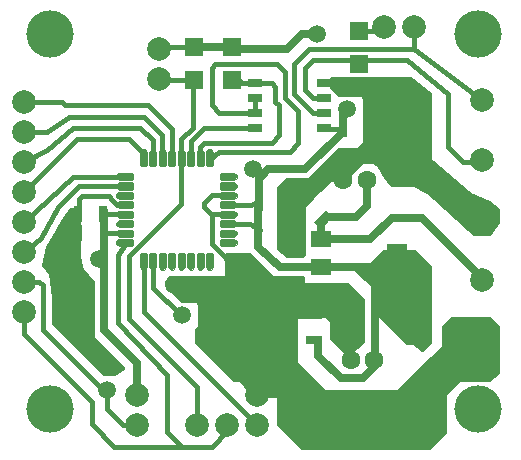
<source format=gbl>
%FSLAX34Y34*%
%MOMM*%
%LNCOPPER_BOTTOM*%
G71*
G01*
%ADD10C, 0.40*%
%ADD11C, 0.70*%
%ADD12C, 1.50*%
%ADD13C, 2.00*%
%ADD14C, 0.00*%
%ADD15R, 0.50X0.50*%
%ADD16R, 0.80X1.43*%
%ADD17R, 1.43X0.80*%
%ADD18R, 1.60X1.60*%
%ADD19R, 1.70X1.40*%
%ADD20R, 1.70X4.00*%
%ADD21C, 1.60*%
%ADD22R, 1.20X0.72*%
%ADD23C, 4.00*%
%LPD*%
G54D10*
X193675Y9525D02*
X181100Y9525D01*
X180975Y9650D01*
X174625Y3300D01*
X174625Y-213D01*
X180743Y-6330D01*
X193530Y-6330D01*
X193675Y-6475D01*
G54D10*
X193675Y1525D02*
X214174Y1525D01*
X221804Y5981D01*
G54D10*
X193675Y-14475D02*
X213685Y-14475D01*
X221804Y-19419D01*
G54D10*
X241790Y2780D02*
X241790Y-16270D01*
G54D11*
X273179Y-27778D02*
X273179Y-14256D01*
X278579Y-8856D01*
X302725Y-8856D01*
X312318Y737D01*
X312318Y22984D01*
X312809Y23475D01*
G54D10*
X292809Y23475D02*
X280786Y23475D01*
X263541Y6230D01*
G54D11*
X273179Y-50778D02*
X338179Y-50778D01*
G54D10*
X299159Y-122575D02*
X299159Y-100404D01*
X290093Y-91338D01*
X272002Y-91338D01*
X271077Y-92263D01*
G54D11*
X319159Y-122575D02*
X319159Y-135297D01*
X309143Y-145313D01*
X290093Y-145313D01*
X271043Y-126263D01*
X271043Y-113563D01*
G54D11*
X319159Y-122575D02*
X319159Y-52747D01*
X319141Y-50858D01*
G54D10*
X271077Y-92263D02*
X271077Y-75880D01*
X273179Y-73778D01*
G54D11*
X273179Y-50778D02*
X238544Y-50778D01*
X220470Y-33939D01*
X220490Y2813D01*
G54D11*
X273179Y-27778D02*
X314997Y-27778D01*
X333375Y-9400D01*
X358775Y-9400D01*
G54D10*
X263541Y6230D02*
X245240Y6230D01*
X241790Y2780D01*
G36*
X257175Y-60200D02*
X231775Y-60200D01*
X212725Y-41150D01*
X193675Y-41150D01*
X193675Y-85600D01*
X257175Y-85600D01*
X257175Y-60200D01*
G37*
G54D10*
X257175Y-60200D02*
X231775Y-60200D01*
X212725Y-41150D01*
X193675Y-41150D01*
X193675Y-85600D01*
X257175Y-85600D01*
X257175Y-60200D01*
G36*
X271077Y-92263D02*
X193988Y-92263D01*
X193675Y-91950D01*
X193675Y-85600D01*
X238125Y-85600D01*
X257175Y-66550D01*
X282575Y-66550D01*
X282575Y-91950D01*
X271390Y-91950D01*
X271077Y-92263D01*
G37*
G54D10*
X271077Y-92263D02*
X193988Y-92263D01*
X193675Y-91950D01*
X193675Y-85600D01*
X238125Y-85600D01*
X257175Y-66550D01*
X282575Y-66550D01*
X282575Y-91950D01*
X271390Y-91950D01*
X271077Y-92263D01*
G36*
X257175Y-41150D02*
X244475Y-41150D01*
X238125Y-34800D01*
X238125Y16000D01*
X244475Y22350D01*
X257509Y22350D01*
X268585Y11274D01*
X258473Y1162D01*
X258473Y-39852D01*
X257175Y-41150D01*
G37*
G54D10*
X257175Y-41150D02*
X244475Y-41150D01*
X238125Y-34800D01*
X238125Y16000D01*
X244475Y22350D01*
X257509Y22350D01*
X268585Y11274D01*
X258473Y1162D01*
X258473Y-39852D01*
X257175Y-41150D01*
X250825Y-66550D02*
G54D12*
D03*
X250825Y-34800D02*
G54D12*
D03*
G54D10*
X292160Y65379D02*
X277597Y65379D01*
X276226Y66750D01*
G36*
X257509Y22350D02*
X263525Y22350D01*
X288925Y47750D01*
X304800Y47750D01*
X311150Y54100D01*
X311150Y63035D01*
X313460Y65345D01*
X318659Y65345D01*
X322712Y61293D01*
X322712Y42794D01*
X318422Y38504D01*
X307839Y38504D01*
X292809Y23475D01*
X280786Y23475D01*
X268585Y11274D01*
X267369Y11274D01*
X258905Y19738D01*
X260913Y19738D01*
X263525Y22350D01*
X257509Y22350D01*
G37*
G54D10*
X257509Y22350D02*
X263525Y22350D01*
X288925Y47750D01*
X304800Y47750D01*
X311150Y54100D01*
X311150Y63035D01*
X313460Y65345D01*
X318659Y65345D01*
X322712Y61293D01*
X322712Y42794D01*
X318422Y38504D01*
X307839Y38504D01*
X292809Y23475D01*
X280786Y23475D01*
X268585Y11274D01*
X267369Y11274D01*
X258905Y19738D01*
X260913Y19738D01*
X263525Y22350D01*
X257509Y22350D01*
G36*
X282575Y-66550D02*
X295275Y-66550D01*
X307975Y-79250D01*
X307975Y-113759D01*
X299159Y-122575D01*
X294150Y-122575D01*
X282575Y-111000D01*
X282575Y-96628D01*
X278210Y-92263D01*
X278210Y-70915D01*
X282575Y-66550D01*
G37*
G54D10*
X282575Y-66550D02*
X295275Y-66550D01*
X307975Y-79250D01*
X307975Y-113759D01*
X299159Y-122575D01*
X294150Y-122575D01*
X282575Y-111000D01*
X282575Y-96628D01*
X278210Y-92263D01*
X278210Y-70915D01*
X282575Y-66550D01*
G54D10*
X276226Y92150D02*
X266750Y92150D01*
X260350Y98550D01*
X260350Y117600D01*
X266700Y123950D01*
X346075Y123950D01*
G54D10*
X276226Y79450D02*
X266750Y79450D01*
X250825Y95375D01*
X250825Y120775D01*
X263525Y133475D01*
X346075Y133475D01*
G54D10*
X163175Y40025D02*
X163175Y55350D01*
X174625Y66800D01*
X217276Y66800D01*
X217326Y66750D01*
G54D10*
X179175Y40025D02*
X179600Y40025D01*
X187530Y46307D01*
X247320Y46307D01*
X253979Y53783D01*
X254000Y80604D01*
X242764Y91835D01*
X242776Y114425D01*
X236376Y120725D01*
G54D10*
X217326Y79450D02*
X217326Y92150D01*
G54D10*
X171175Y40025D02*
X171175Y50650D01*
X174625Y54100D01*
X231775Y54100D01*
X238125Y60450D01*
X238125Y85850D01*
X234950Y89025D01*
X234950Y101725D01*
X231775Y104900D01*
X217376Y104900D01*
X217326Y104850D01*
G54D10*
X236376Y120725D02*
X184100Y120725D01*
X180975Y117600D01*
X180975Y85850D01*
X187325Y79500D01*
X217276Y79500D01*
X217326Y79450D01*
G54D10*
X197964Y107131D02*
X204144Y107131D01*
X206375Y104900D01*
X217276Y104900D01*
X217326Y104850D01*
G54D10*
X155175Y40025D02*
X155175Y56875D01*
X165100Y66800D01*
X165100Y106017D01*
X166214Y107131D01*
G54D10*
X197964Y135131D02*
X166214Y135131D01*
G54D10*
X195943Y-46675D02*
X190375Y-41150D01*
X180975Y-31750D01*
X180975Y-6563D01*
X180743Y-6330D01*
G54D11*
X292160Y65379D02*
X292160Y63560D01*
X260350Y31750D01*
X228826Y31750D01*
X220835Y23759D01*
X220835Y3158D01*
X220490Y2813D01*
X295275Y82550D02*
G54D12*
D03*
X269875Y146050D02*
G54D12*
D03*
G54D11*
X292160Y65379D02*
X292160Y79435D01*
X295275Y82550D01*
G36*
X311150Y63035D02*
X311150Y92075D01*
X307975Y95250D01*
X288925Y95250D01*
X282575Y101600D01*
X282575Y107950D01*
X288925Y107950D01*
X299585Y108025D01*
X305722Y107950D01*
X323850Y107950D01*
X323850Y43932D01*
X322712Y42794D01*
X322331Y42794D01*
X314325Y50800D01*
X314325Y60547D01*
X313460Y65345D01*
X311150Y63035D01*
G37*
G54D10*
X311150Y63035D02*
X311150Y92075D01*
X307975Y95250D01*
X288925Y95250D01*
X282575Y101600D01*
X282575Y107950D01*
X288925Y107950D01*
X299585Y108025D01*
X305722Y107950D01*
X323850Y107950D01*
X323850Y43932D01*
X322712Y42794D01*
X322331Y42794D01*
X314325Y50800D01*
X314325Y60547D01*
X313460Y65345D01*
X311150Y63035D01*
G54D11*
X269875Y146050D02*
X257175Y146050D01*
X244475Y133350D01*
X199745Y133350D01*
X197964Y135131D01*
G54D11*
X197964Y135131D02*
X166214Y135131D01*
X352425Y88900D02*
G54D13*
D03*
X352425Y63500D02*
G54D13*
D03*
X22225Y88900D02*
G54D13*
D03*
X22225Y63500D02*
G54D13*
D03*
X22225Y38100D02*
G54D13*
D03*
X22225Y12700D02*
G54D13*
D03*
X22225Y-12700D02*
G54D13*
D03*
X22225Y-38100D02*
G54D13*
D03*
X352425Y-63500D02*
G54D13*
D03*
X352425Y-88900D02*
G54D13*
D03*
G36*
X352425Y-114300D02*
X346075Y-114300D01*
X320675Y-88900D01*
X320675Y-69850D01*
X301625Y-50800D01*
X314325Y-50800D01*
X327025Y-38100D01*
X352425Y-38100D01*
X365125Y-50800D01*
X365125Y-101600D01*
X352425Y-114300D01*
G37*
G54D10*
X352425Y-114300D02*
X346075Y-114300D01*
X320675Y-88900D01*
X320675Y-69850D01*
X301625Y-50800D01*
X314325Y-50800D01*
X327025Y-38100D01*
X352425Y-38100D01*
X365125Y-50800D01*
X365125Y-101600D01*
X352425Y-114300D01*
G36*
X365125Y-101600D02*
X365125Y-114300D01*
X358775Y-120650D01*
X352425Y-114300D01*
X365125Y-101600D01*
G37*
G54D10*
X365125Y-101600D02*
X365125Y-114300D01*
X358775Y-120650D01*
X352425Y-114300D01*
X365125Y-101600D01*
G36*
X323850Y107950D02*
X348582Y107950D01*
X365125Y95250D01*
X365125Y31750D01*
X352425Y19050D01*
X333375Y19050D01*
X328609Y25400D01*
X322577Y35686D01*
X318422Y38504D01*
X323850Y107950D01*
G37*
G54D10*
X323850Y107950D02*
X348582Y107950D01*
X365125Y95250D01*
X365125Y31750D01*
X352425Y19050D01*
X333375Y19050D01*
X328609Y25400D01*
X322577Y35686D01*
X318422Y38504D01*
X323850Y107950D01*
X409575Y-112655D02*
G54D13*
D03*
X409575Y90545D02*
G54D13*
D03*
X409575Y-61855D02*
G54D13*
D03*
G54D11*
X409575Y-63500D02*
X409575Y-60200D01*
X358775Y-9400D01*
G54D11*
X409575Y-114300D02*
X384175Y-114300D01*
X339725Y-158750D01*
X276225Y-158750D01*
X250825Y-133350D01*
X250825Y-88900D01*
X219508Y-159634D02*
G54D13*
D03*
X219508Y-185034D02*
G54D13*
D03*
X194108Y-185034D02*
G54D13*
D03*
X168705Y-185030D02*
G54D13*
D03*
X117908Y-185034D02*
G54D13*
D03*
X117908Y-159634D02*
G54D13*
D03*
X22225Y-63500D02*
G54D13*
D03*
X22225Y-88900D02*
G54D13*
D03*
G36*
X276225Y-158750D02*
X220392Y-158750D01*
X219508Y-159634D01*
X219508Y-159183D01*
X206375Y-146050D01*
X206375Y-88900D01*
X244475Y-88900D01*
X250825Y-95250D01*
X250825Y-133350D01*
X276225Y-158750D01*
G37*
G54D11*
X276225Y-158750D02*
X220392Y-158750D01*
X219508Y-159634D01*
X219508Y-159183D01*
X206375Y-146050D01*
X206375Y-88900D01*
X244475Y-88900D01*
X250825Y-95250D01*
X250825Y-133350D01*
X276225Y-158750D01*
G54D10*
X219508Y-185034D02*
X219508Y-184583D01*
X123825Y-88900D01*
X123825Y-45625D01*
X123175Y-44975D01*
G54D10*
X168705Y-185030D02*
X168705Y-152830D01*
X111125Y-95250D01*
X111125Y-42122D01*
X128894Y-24352D01*
X128894Y-24282D01*
X155304Y2127D01*
X155304Y39896D01*
X155175Y40025D01*
G54D10*
X194108Y-185034D02*
X194108Y-190067D01*
X180975Y-203200D01*
X155575Y-203200D01*
X142875Y-190500D01*
X142875Y-142875D01*
X101600Y-98425D01*
X101600Y-40725D01*
X108675Y-30475D01*
X92075Y-155450D02*
G54D12*
D03*
X155575Y-91950D02*
G54D12*
D03*
G54D10*
X155575Y-91950D02*
X154722Y-91950D01*
X131352Y-68580D01*
X131352Y-45152D01*
X131175Y-44975D01*
G54D10*
X117908Y-185034D02*
X105659Y-185034D01*
X92075Y-171450D01*
X92075Y-155450D01*
G54D11*
X117908Y-159634D02*
X117908Y-132382D01*
X89565Y-104039D01*
X89390Y-3570D01*
G54D10*
X92075Y-155450D02*
X88775Y-155450D01*
X38100Y-104775D01*
G54D10*
X108675Y17525D02*
X68325Y17525D01*
X50800Y0D01*
X36245Y-26288D01*
X22225Y-38100D01*
G54D10*
X108675Y-22475D02*
X89539Y-22475D01*
X89417Y-22597D01*
G54D10*
X108675Y-6475D02*
X92294Y-6475D01*
X89390Y-3570D01*
G54D10*
X108675Y25525D02*
X63625Y25525D01*
X22225Y-12700D01*
G36*
X79375Y-63500D02*
X70633Y-53810D01*
X67705Y-42367D01*
X68117Y-22563D01*
X66675Y-38100D01*
X66675Y-60325D01*
X53975Y-73025D01*
X50800Y-73025D01*
X47625Y-76200D01*
X47625Y-98425D01*
X89518Y-141225D01*
X98425Y-141225D01*
X104775Y-136525D01*
X79375Y-111125D01*
X79375Y-63500D01*
G37*
G54D10*
X79375Y-63500D02*
X70633Y-53810D01*
X67705Y-42367D01*
X68117Y-22563D01*
X66675Y-38100D01*
X66675Y-60325D01*
X53975Y-73025D01*
X50800Y-73025D01*
X47625Y-76200D01*
X47625Y-98425D01*
X89518Y-141225D01*
X98425Y-141225D01*
X104775Y-136525D01*
X79375Y-111125D01*
X79375Y-63500D01*
G36*
X206375Y-146050D02*
X200025Y-146050D01*
X168275Y-114300D01*
X168275Y-104775D01*
X171450Y-101600D01*
X171450Y-82550D01*
X168275Y-79375D01*
X155575Y-79375D01*
X142875Y-66675D01*
X142875Y-63500D01*
X146050Y-60325D01*
X193675Y-60325D01*
X193675Y-76200D01*
X212725Y-95250D01*
X212725Y-133350D01*
X200025Y-146050D01*
X206375Y-146050D01*
G37*
G54D10*
X206375Y-146050D02*
X200025Y-146050D01*
X168275Y-114300D01*
X168275Y-104775D01*
X171450Y-101600D01*
X171450Y-82550D01*
X168275Y-79375D01*
X155575Y-79375D01*
X142875Y-66675D01*
X142875Y-63500D01*
X146050Y-60325D01*
X193675Y-60325D01*
X193675Y-76200D01*
X212725Y-95250D01*
X212725Y-133350D01*
X200025Y-146050D01*
X206375Y-146050D01*
X149225Y-66550D02*
G54D12*
D03*
X73025Y-91950D02*
G54D12*
D03*
G54D10*
X123175Y40025D02*
X123175Y45100D01*
X111125Y57150D01*
X66675Y57150D01*
X22225Y12700D01*
G54D10*
X131175Y40025D02*
X131175Y56150D01*
X120650Y66675D01*
X63500Y66675D01*
X41275Y47625D01*
G54D10*
X41275Y47625D02*
X22225Y38100D01*
G54D10*
X139175Y40025D02*
X139175Y60850D01*
X123825Y76200D01*
X60325Y76200D01*
X41275Y63500D01*
X22225Y63500D01*
G54D10*
X147175Y40025D02*
X147175Y65550D01*
X127000Y85725D01*
X57150Y85725D01*
X53975Y88900D01*
X22225Y88900D01*
G54D10*
X38100Y-104775D02*
X38100Y-66675D01*
X34925Y-63500D01*
X22225Y-63500D01*
G54D10*
X155575Y-203200D02*
X98425Y-203200D01*
X79375Y-184150D01*
X79375Y-165100D01*
X22225Y-107950D01*
X22225Y-88900D01*
G36*
X68090Y-3537D02*
X62041Y-2561D01*
X54950Y-11725D01*
X49828Y-21368D01*
X42014Y-34425D01*
X38838Y-49247D01*
X44687Y-56507D01*
X47625Y-76200D01*
X63375Y-76200D01*
X73025Y-66550D01*
X66675Y-50800D01*
X68117Y-29730D01*
X68117Y-3564D01*
X68090Y-3537D01*
G37*
G54D10*
X68090Y-3537D02*
X62041Y-2561D01*
X54950Y-11725D01*
X49828Y-21368D01*
X42014Y-34425D01*
X38838Y-49247D01*
X44687Y-56507D01*
X47625Y-76200D01*
X63375Y-76200D01*
X73025Y-66550D01*
X66675Y-50800D01*
X68117Y-29730D01*
X68117Y-3564D01*
X68090Y-3537D01*
G54D10*
X108675Y1525D02*
X100708Y1525D01*
X96803Y5430D01*
X96803Y5588D01*
X93634Y8758D01*
X71130Y8758D01*
X68594Y6222D01*
X68594Y-3032D01*
X68090Y-3537D01*
X85725Y-44450D02*
G54D12*
D03*
X215717Y31764D02*
G54D12*
D03*
G36*
X202175Y26525D02*
X200175Y28525D01*
X189175Y28525D01*
X188175Y27525D01*
X188175Y23525D01*
X189175Y22525D01*
X200175Y22525D01*
X202175Y24525D01*
X202175Y26525D01*
G37*
G54D14*
X202175Y26525D02*
X200175Y28525D01*
X189175Y28525D01*
X188175Y27525D01*
X188175Y23525D01*
X189175Y22525D01*
X200175Y22525D01*
X202175Y24525D01*
X202175Y26525D01*
G36*
X202175Y18525D02*
X200175Y20525D01*
X189175Y20525D01*
X188175Y19525D01*
X188175Y15525D01*
X189175Y14525D01*
X200175Y14525D01*
X202175Y16525D01*
X202175Y18525D01*
G37*
G54D14*
X202175Y18525D02*
X200175Y20525D01*
X189175Y20525D01*
X188175Y19525D01*
X188175Y15525D01*
X189175Y14525D01*
X200175Y14525D01*
X202175Y16525D01*
X202175Y18525D01*
X193675Y25525D02*
G54D15*
D03*
X193675Y17525D02*
G54D15*
D03*
G36*
X202175Y10525D02*
X200175Y12525D01*
X189175Y12525D01*
X188175Y11525D01*
X188175Y7525D01*
X189175Y6525D01*
X200175Y6525D01*
X202175Y8525D01*
X202175Y10525D01*
G37*
G54D14*
X202175Y10525D02*
X200175Y12525D01*
X189175Y12525D01*
X188175Y11525D01*
X188175Y7525D01*
X189175Y6525D01*
X200175Y6525D01*
X202175Y8525D01*
X202175Y10525D01*
G36*
X202175Y2525D02*
X200175Y4525D01*
X189175Y4525D01*
X188175Y3525D01*
X188175Y-475D01*
X189175Y-1475D01*
X200175Y-1475D01*
X202175Y525D01*
X202175Y2525D01*
G37*
G54D14*
X202175Y2525D02*
X200175Y4525D01*
X189175Y4525D01*
X188175Y3525D01*
X188175Y-475D01*
X189175Y-1475D01*
X200175Y-1475D01*
X202175Y525D01*
X202175Y2525D01*
X193675Y9525D02*
G54D15*
D03*
X193675Y1525D02*
G54D15*
D03*
G36*
X202175Y-5475D02*
X200175Y-3475D01*
X189175Y-3475D01*
X188175Y-4475D01*
X188175Y-8475D01*
X189175Y-9475D01*
X200175Y-9475D01*
X202175Y-7475D01*
X202175Y-5475D01*
G37*
G54D14*
X202175Y-5475D02*
X200175Y-3475D01*
X189175Y-3475D01*
X188175Y-4475D01*
X188175Y-8475D01*
X189175Y-9475D01*
X200175Y-9475D01*
X202175Y-7475D01*
X202175Y-5475D01*
G36*
X202175Y-13475D02*
X200175Y-11475D01*
X189175Y-11475D01*
X188175Y-12475D01*
X188175Y-16475D01*
X189175Y-17475D01*
X200175Y-17475D01*
X202175Y-15475D01*
X202175Y-13475D01*
G37*
G54D14*
X202175Y-13475D02*
X200175Y-11475D01*
X189175Y-11475D01*
X188175Y-12475D01*
X188175Y-16475D01*
X189175Y-17475D01*
X200175Y-17475D01*
X202175Y-15475D01*
X202175Y-13475D01*
X193675Y-6475D02*
G54D15*
D03*
X193675Y-14475D02*
G54D15*
D03*
G36*
X202175Y-21475D02*
X200175Y-19475D01*
X189175Y-19475D01*
X188175Y-20475D01*
X188175Y-24475D01*
X189175Y-25475D01*
X200175Y-25475D01*
X202175Y-23475D01*
X202175Y-21475D01*
G37*
G54D14*
X202175Y-21475D02*
X200175Y-19475D01*
X189175Y-19475D01*
X188175Y-20475D01*
X188175Y-24475D01*
X189175Y-25475D01*
X200175Y-25475D01*
X202175Y-23475D01*
X202175Y-21475D01*
G36*
X202175Y-29475D02*
X200175Y-27475D01*
X189175Y-27475D01*
X188175Y-28475D01*
X188175Y-32475D01*
X189175Y-33475D01*
X200175Y-33475D01*
X202175Y-31475D01*
X202175Y-29475D01*
G37*
G54D14*
X202175Y-29475D02*
X200175Y-27475D01*
X189175Y-27475D01*
X188175Y-28475D01*
X188175Y-32475D01*
X189175Y-33475D01*
X200175Y-33475D01*
X202175Y-31475D01*
X202175Y-29475D01*
X193675Y-22475D02*
G54D15*
D03*
X193675Y-30475D02*
G54D15*
D03*
G36*
X122175Y48525D02*
X120175Y46525D01*
X120175Y35525D01*
X121175Y34525D01*
X125175Y34525D01*
X126175Y35525D01*
X126175Y46525D01*
X124175Y48525D01*
X122175Y48525D01*
G37*
G54D14*
X122175Y48525D02*
X120175Y46525D01*
X120175Y35525D01*
X121175Y34525D01*
X125175Y34525D01*
X126175Y35525D01*
X126175Y46525D01*
X124175Y48525D01*
X122175Y48525D01*
G36*
X130175Y48525D02*
X128175Y46525D01*
X128175Y35525D01*
X129175Y34525D01*
X133175Y34525D01*
X134175Y35525D01*
X134175Y46525D01*
X132175Y48525D01*
X130175Y48525D01*
G37*
G54D14*
X130175Y48525D02*
X128175Y46525D01*
X128175Y35525D01*
X129175Y34525D01*
X133175Y34525D01*
X134175Y35525D01*
X134175Y46525D01*
X132175Y48525D01*
X130175Y48525D01*
X123175Y40025D02*
G54D15*
D03*
X131175Y40025D02*
G54D15*
D03*
G36*
X138175Y48525D02*
X136175Y46525D01*
X136175Y35525D01*
X137175Y34525D01*
X141175Y34525D01*
X142175Y35525D01*
X142175Y46525D01*
X140175Y48525D01*
X138175Y48525D01*
G37*
G54D14*
X138175Y48525D02*
X136175Y46525D01*
X136175Y35525D01*
X137175Y34525D01*
X141175Y34525D01*
X142175Y35525D01*
X142175Y46525D01*
X140175Y48525D01*
X138175Y48525D01*
G36*
X146175Y48525D02*
X144175Y46525D01*
X144175Y35525D01*
X145175Y34525D01*
X149175Y34525D01*
X150175Y35525D01*
X150175Y46525D01*
X148175Y48525D01*
X146175Y48525D01*
G37*
G54D14*
X146175Y48525D02*
X144175Y46525D01*
X144175Y35525D01*
X145175Y34525D01*
X149175Y34525D01*
X150175Y35525D01*
X150175Y46525D01*
X148175Y48525D01*
X146175Y48525D01*
X139175Y40025D02*
G54D15*
D03*
X147175Y40025D02*
G54D15*
D03*
G36*
X154175Y48525D02*
X152175Y46525D01*
X152175Y35525D01*
X153175Y34525D01*
X157175Y34525D01*
X158175Y35525D01*
X158175Y46525D01*
X156175Y48525D01*
X154175Y48525D01*
G37*
G54D14*
X154175Y48525D02*
X152175Y46525D01*
X152175Y35525D01*
X153175Y34525D01*
X157175Y34525D01*
X158175Y35525D01*
X158175Y46525D01*
X156175Y48525D01*
X154175Y48525D01*
G36*
X162175Y48525D02*
X160175Y46525D01*
X160175Y35525D01*
X161175Y34525D01*
X165175Y34525D01*
X166175Y35525D01*
X166175Y46525D01*
X164175Y48525D01*
X162175Y48525D01*
G37*
G54D14*
X162175Y48525D02*
X160175Y46525D01*
X160175Y35525D01*
X161175Y34525D01*
X165175Y34525D01*
X166175Y35525D01*
X166175Y46525D01*
X164175Y48525D01*
X162175Y48525D01*
X155175Y40025D02*
G54D15*
D03*
X163175Y40025D02*
G54D15*
D03*
G36*
X170175Y48525D02*
X168175Y46525D01*
X168175Y35525D01*
X169175Y34525D01*
X173175Y34525D01*
X174175Y35525D01*
X174175Y46525D01*
X172175Y48525D01*
X170175Y48525D01*
G37*
G54D14*
X170175Y48525D02*
X168175Y46525D01*
X168175Y35525D01*
X169175Y34525D01*
X173175Y34525D01*
X174175Y35525D01*
X174175Y46525D01*
X172175Y48525D01*
X170175Y48525D01*
G36*
X178175Y48525D02*
X176175Y46525D01*
X176175Y35525D01*
X177175Y34525D01*
X181175Y34525D01*
X182175Y35525D01*
X182175Y46525D01*
X180175Y48525D01*
X178175Y48525D01*
G37*
G54D14*
X178175Y48525D02*
X176175Y46525D01*
X176175Y35525D01*
X177175Y34525D01*
X181175Y34525D01*
X182175Y35525D01*
X182175Y46525D01*
X180175Y48525D01*
X178175Y48525D01*
X171175Y40025D02*
G54D15*
D03*
X179175Y40025D02*
G54D15*
D03*
G36*
X100175Y-31475D02*
X102175Y-33475D01*
X113175Y-33475D01*
X114175Y-32475D01*
X114175Y-28475D01*
X113175Y-27475D01*
X102175Y-27475D01*
X100175Y-29475D01*
X100175Y-31475D01*
G37*
G54D14*
X100175Y-31475D02*
X102175Y-33475D01*
X113175Y-33475D01*
X114175Y-32475D01*
X114175Y-28475D01*
X113175Y-27475D01*
X102175Y-27475D01*
X100175Y-29475D01*
X100175Y-31475D01*
G36*
X100175Y-23475D02*
X102175Y-25475D01*
X113175Y-25475D01*
X114175Y-24475D01*
X114175Y-20475D01*
X113175Y-19475D01*
X102175Y-19475D01*
X100175Y-21475D01*
X100175Y-23475D01*
G37*
G54D14*
X100175Y-23475D02*
X102175Y-25475D01*
X113175Y-25475D01*
X114175Y-24475D01*
X114175Y-20475D01*
X113175Y-19475D01*
X102175Y-19475D01*
X100175Y-21475D01*
X100175Y-23475D01*
X108675Y-30475D02*
G54D15*
D03*
X108675Y-22475D02*
G54D15*
D03*
G36*
X100175Y-15475D02*
X102175Y-17475D01*
X113175Y-17475D01*
X114175Y-16475D01*
X114175Y-12475D01*
X113175Y-11475D01*
X102175Y-11475D01*
X100175Y-13475D01*
X100175Y-15475D01*
G37*
G54D14*
X100175Y-15475D02*
X102175Y-17475D01*
X113175Y-17475D01*
X114175Y-16475D01*
X114175Y-12475D01*
X113175Y-11475D01*
X102175Y-11475D01*
X100175Y-13475D01*
X100175Y-15475D01*
G36*
X100175Y-7475D02*
X102175Y-9475D01*
X113175Y-9475D01*
X114175Y-8475D01*
X114175Y-4475D01*
X113175Y-3475D01*
X102175Y-3475D01*
X100175Y-5475D01*
X100175Y-7475D01*
G37*
G54D14*
X100175Y-7475D02*
X102175Y-9475D01*
X113175Y-9475D01*
X114175Y-8475D01*
X114175Y-4475D01*
X113175Y-3475D01*
X102175Y-3475D01*
X100175Y-5475D01*
X100175Y-7475D01*
X108675Y-14475D02*
G54D15*
D03*
X108675Y-6475D02*
G54D15*
D03*
G36*
X100175Y525D02*
X102175Y-1475D01*
X113175Y-1475D01*
X114175Y-475D01*
X114175Y3525D01*
X113175Y4525D01*
X102175Y4525D01*
X100175Y2525D01*
X100175Y525D01*
G37*
G54D14*
X100175Y525D02*
X102175Y-1475D01*
X113175Y-1475D01*
X114175Y-475D01*
X114175Y3525D01*
X113175Y4525D01*
X102175Y4525D01*
X100175Y2525D01*
X100175Y525D01*
G36*
X100175Y8525D02*
X102175Y6525D01*
X113175Y6525D01*
X114175Y7525D01*
X114175Y11525D01*
X113175Y12525D01*
X102175Y12525D01*
X100175Y10525D01*
X100175Y8525D01*
G37*
G54D14*
X100175Y8525D02*
X102175Y6525D01*
X113175Y6525D01*
X114175Y7525D01*
X114175Y11525D01*
X113175Y12525D01*
X102175Y12525D01*
X100175Y10525D01*
X100175Y8525D01*
X108675Y1525D02*
G54D15*
D03*
X108675Y9525D02*
G54D15*
D03*
G36*
X100175Y16525D02*
X102175Y14525D01*
X113175Y14525D01*
X114175Y15525D01*
X114175Y19525D01*
X113175Y20525D01*
X102175Y20525D01*
X100175Y18525D01*
X100175Y16525D01*
G37*
G54D14*
X100175Y16525D02*
X102175Y14525D01*
X113175Y14525D01*
X114175Y15525D01*
X114175Y19525D01*
X113175Y20525D01*
X102175Y20525D01*
X100175Y18525D01*
X100175Y16525D01*
G36*
X100175Y24525D02*
X102175Y22525D01*
X113175Y22525D01*
X114175Y23525D01*
X114175Y27525D01*
X113175Y28525D01*
X102175Y28525D01*
X100175Y26525D01*
X100175Y24525D01*
G37*
G54D14*
X100175Y24525D02*
X102175Y22525D01*
X113175Y22525D01*
X114175Y23525D01*
X114175Y27525D01*
X113175Y28525D01*
X102175Y28525D01*
X100175Y26525D01*
X100175Y24525D01*
X108675Y17525D02*
G54D15*
D03*
X108675Y25525D02*
G54D15*
D03*
G36*
X180175Y-53475D02*
X182175Y-51475D01*
X182175Y-40475D01*
X181175Y-39475D01*
X177175Y-39475D01*
X176175Y-40475D01*
X176175Y-51475D01*
X178175Y-53475D01*
X180175Y-53475D01*
G37*
G54D14*
X180175Y-53475D02*
X182175Y-51475D01*
X182175Y-40475D01*
X181175Y-39475D01*
X177175Y-39475D01*
X176175Y-40475D01*
X176175Y-51475D01*
X178175Y-53475D01*
X180175Y-53475D01*
G36*
X172175Y-53475D02*
X174175Y-51475D01*
X174175Y-40475D01*
X173175Y-39475D01*
X169175Y-39475D01*
X168175Y-40475D01*
X168175Y-51475D01*
X170175Y-53475D01*
X172175Y-53475D01*
G37*
G54D14*
X172175Y-53475D02*
X174175Y-51475D01*
X174175Y-40475D01*
X173175Y-39475D01*
X169175Y-39475D01*
X168175Y-40475D01*
X168175Y-51475D01*
X170175Y-53475D01*
X172175Y-53475D01*
X179175Y-44975D02*
G54D15*
D03*
X171175Y-44975D02*
G54D15*
D03*
G36*
X164175Y-53475D02*
X166175Y-51475D01*
X166175Y-40475D01*
X165175Y-39475D01*
X161175Y-39475D01*
X160175Y-40475D01*
X160175Y-51475D01*
X162175Y-53475D01*
X164175Y-53475D01*
G37*
G54D14*
X164175Y-53475D02*
X166175Y-51475D01*
X166175Y-40475D01*
X165175Y-39475D01*
X161175Y-39475D01*
X160175Y-40475D01*
X160175Y-51475D01*
X162175Y-53475D01*
X164175Y-53475D01*
G36*
X156175Y-53475D02*
X158175Y-51475D01*
X158175Y-40475D01*
X157175Y-39475D01*
X153175Y-39475D01*
X152175Y-40475D01*
X152175Y-51475D01*
X154175Y-53475D01*
X156175Y-53475D01*
G37*
G54D14*
X156175Y-53475D02*
X158175Y-51475D01*
X158175Y-40475D01*
X157175Y-39475D01*
X153175Y-39475D01*
X152175Y-40475D01*
X152175Y-51475D01*
X154175Y-53475D01*
X156175Y-53475D01*
X163175Y-44975D02*
G54D15*
D03*
X155175Y-44975D02*
G54D15*
D03*
G36*
X148175Y-53475D02*
X150175Y-51475D01*
X150175Y-40475D01*
X149175Y-39475D01*
X145175Y-39475D01*
X144175Y-40475D01*
X144175Y-51475D01*
X146175Y-53475D01*
X148175Y-53475D01*
G37*
G54D14*
X148175Y-53475D02*
X150175Y-51475D01*
X150175Y-40475D01*
X149175Y-39475D01*
X145175Y-39475D01*
X144175Y-40475D01*
X144175Y-51475D01*
X146175Y-53475D01*
X148175Y-53475D01*
G36*
X140175Y-53475D02*
X142175Y-51475D01*
X142175Y-40475D01*
X141175Y-39475D01*
X137175Y-39475D01*
X136175Y-40475D01*
X136175Y-51475D01*
X138175Y-53475D01*
X140175Y-53475D01*
G37*
G54D14*
X140175Y-53475D02*
X142175Y-51475D01*
X142175Y-40475D01*
X141175Y-39475D01*
X137175Y-39475D01*
X136175Y-40475D01*
X136175Y-51475D01*
X138175Y-53475D01*
X140175Y-53475D01*
X147175Y-44975D02*
G54D15*
D03*
X139175Y-44975D02*
G54D15*
D03*
G36*
X132175Y-53475D02*
X134175Y-51475D01*
X134175Y-40475D01*
X133175Y-39475D01*
X129175Y-39475D01*
X128175Y-40475D01*
X128175Y-51475D01*
X130175Y-53475D01*
X132175Y-53475D01*
G37*
G54D14*
X132175Y-53475D02*
X134175Y-51475D01*
X134175Y-40475D01*
X133175Y-39475D01*
X129175Y-39475D01*
X128175Y-40475D01*
X128175Y-51475D01*
X130175Y-53475D01*
X132175Y-53475D01*
G36*
X124175Y-53475D02*
X126175Y-51475D01*
X126175Y-40475D01*
X125175Y-39475D01*
X121175Y-39475D01*
X120175Y-40475D01*
X120175Y-51475D01*
X122175Y-53475D01*
X124175Y-53475D01*
G37*
G54D14*
X124175Y-53475D02*
X126175Y-51475D01*
X126175Y-40475D01*
X125175Y-39475D01*
X121175Y-39475D01*
X120175Y-40475D01*
X120175Y-51475D01*
X122175Y-53475D01*
X124175Y-53475D01*
X131175Y-44975D02*
G54D15*
D03*
X123175Y-44975D02*
G54D15*
D03*
X220835Y3158D02*
G54D16*
D03*
X242135Y3192D02*
G54D16*
D03*
X220454Y-16360D02*
G54D16*
D03*
X241754Y-16326D02*
G54D16*
D03*
X67905Y-6595D02*
G54D16*
D03*
X89205Y-6561D02*
G54D16*
D03*
X68117Y-22563D02*
G54D16*
D03*
X89417Y-22530D02*
G54D16*
D03*
X292160Y65379D02*
G54D16*
D03*
X313460Y65412D02*
G54D16*
D03*
X267318Y-91328D02*
G54D17*
D03*
X267351Y-112628D02*
G54D17*
D03*
G36*
X272902Y-18313D02*
X267246Y-12656D01*
X277357Y-2545D01*
X283014Y-8201D01*
X272902Y-18313D01*
G37*
G36*
X257817Y-3276D02*
X252160Y2381D01*
X262272Y12493D01*
X267929Y6836D01*
X257817Y-3276D01*
G37*
X166214Y135131D02*
G54D18*
D03*
X166214Y107131D02*
G54D18*
D03*
X197964Y135131D02*
G54D18*
D03*
X197964Y107131D02*
G54D18*
D03*
X273179Y-73778D02*
G54D19*
D03*
X273179Y-50778D02*
G54D19*
D03*
X273179Y-27778D02*
G54D19*
D03*
X338179Y-50778D02*
G54D20*
D03*
X292318Y22984D02*
G54D21*
D03*
X312318Y22984D02*
G54D21*
D03*
X298668Y-129416D02*
G54D21*
D03*
X318668Y-129416D02*
G54D21*
D03*
X217376Y66800D02*
G54D22*
D03*
X276276Y66800D02*
G54D22*
D03*
X217376Y79500D02*
G54D22*
D03*
X276276Y79500D02*
G54D22*
D03*
X217376Y92200D02*
G54D22*
D03*
X276276Y92200D02*
G54D22*
D03*
X217376Y104900D02*
G54D22*
D03*
X276276Y104900D02*
G54D22*
D03*
X305514Y121013D02*
G54D18*
D03*
X305514Y149013D02*
G54D18*
D03*
X352425Y152400D02*
G54D13*
D03*
X327025Y152400D02*
G54D13*
D03*
G54D10*
X305514Y149013D02*
X323638Y149013D01*
X327025Y152400D01*
G54D10*
X352425Y152400D02*
X352425Y133350D01*
X409575Y39745D02*
G54D13*
D03*
G36*
X403225Y-22225D02*
X415925Y-22225D01*
X422275Y-12700D01*
X422275Y-3175D01*
X415925Y3175D01*
X400050Y9525D01*
X358775Y44450D01*
X352425Y38100D01*
X352425Y19050D01*
X365125Y12700D01*
X403225Y-22225D01*
G37*
G54D10*
X403225Y-22225D02*
X415925Y-22225D01*
X422275Y-12700D01*
X422275Y-3175D01*
X415925Y3175D01*
X400050Y9525D01*
X358775Y44450D01*
X352425Y38100D01*
X352425Y19050D01*
X365125Y12700D01*
X403225Y-22225D01*
G36*
X238125Y-158750D02*
X238125Y-184150D01*
X257175Y-203200D01*
X365125Y-203200D01*
X377825Y-190500D01*
X377825Y-158750D01*
X390525Y-146050D01*
X415925Y-146050D01*
X422275Y-139700D01*
X422275Y-101600D01*
X415925Y-95250D01*
X384175Y-95250D01*
X377825Y-101600D01*
X377825Y-120650D01*
X339725Y-158750D01*
X238125Y-158750D01*
G37*
G54D10*
X238125Y-158750D02*
X238125Y-184150D01*
X257175Y-203200D01*
X365125Y-203200D01*
X377825Y-190500D01*
X377825Y-158750D01*
X390525Y-146050D01*
X415925Y-146050D01*
X422275Y-139700D01*
X422275Y-101600D01*
X415925Y-95250D01*
X384175Y-95250D01*
X377825Y-101600D01*
X377825Y-120650D01*
X339725Y-158750D01*
X238125Y-158750D01*
X44450Y146050D02*
G54D23*
D03*
X44450Y-171450D02*
G54D23*
D03*
X406400Y-171450D02*
G54D23*
D03*
X409575Y-11055D02*
G54D13*
D03*
G54D10*
X346075Y123950D02*
X381000Y95250D01*
X381000Y50800D01*
X393700Y38100D01*
X407930Y38100D01*
X409575Y39745D01*
G54D10*
X346075Y133475D02*
X352425Y133350D01*
X409575Y90545D01*
X406400Y146050D02*
G54D23*
D03*
X136525Y107950D02*
G54D13*
D03*
X136525Y133350D02*
G54D13*
D03*
G54D10*
X166214Y135131D02*
X138306Y135131D01*
X136525Y133350D01*
G54D10*
X166214Y107131D02*
X137344Y107131D01*
X136525Y107950D01*
M02*

</source>
